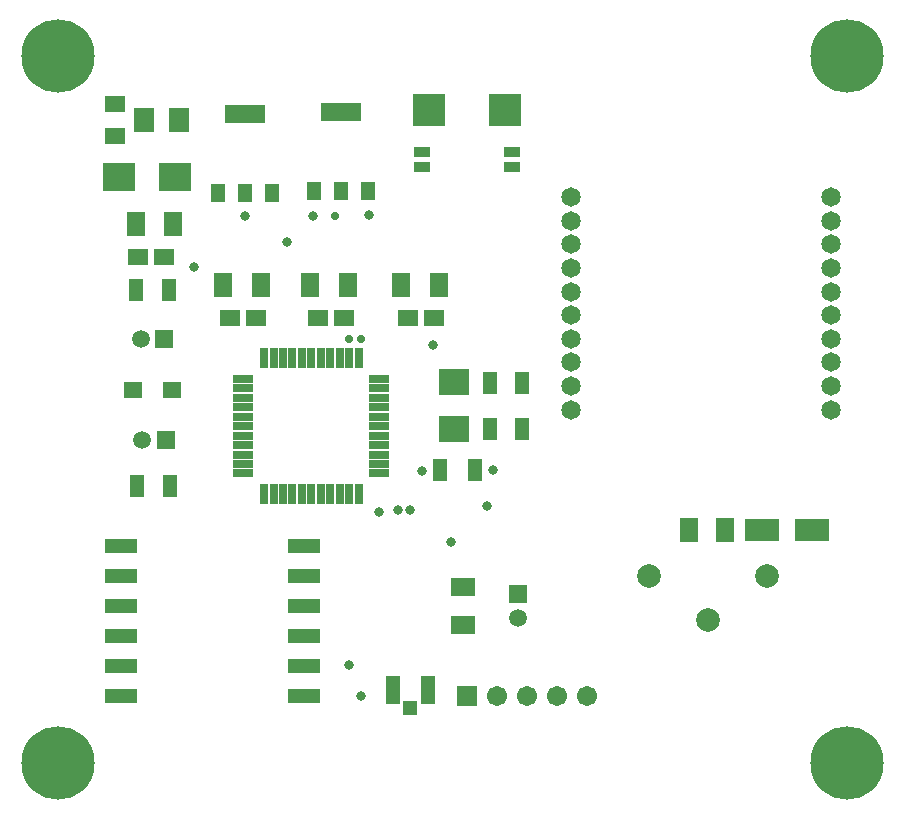
<source format=gts>
G04*
G04 #@! TF.GenerationSoftware,Altium Limited,Altium Designer,20.0.13 (296)*
G04*
G04 Layer_Color=8388736*
%FSLAX44Y44*%
%MOMM*%
G71*
G01*
G75*
%ADD41R,2.8000X2.8000*%
%ADD42R,1.2032X1.2532*%
%ADD43R,1.2532X2.4032*%
%ADD44R,1.4732X0.9632*%
%ADD45R,2.7032X2.4032*%
%ADD46R,1.1532X1.5032*%
%ADD47R,3.4532X1.5032*%
%ADD48R,1.5532X2.1032*%
%ADD49R,1.7532X1.4032*%
%ADD50R,1.7032X2.1032*%
%ADD51R,1.7032X1.4032*%
%ADD52R,2.8532X1.9532*%
%ADD53R,2.7032X1.2032*%
%ADD54R,1.5532X2.0532*%
%ADD55R,1.7032X0.8032*%
%ADD56R,0.8032X1.7032*%
%ADD57R,2.1032X1.5532*%
%ADD58R,2.6032X2.2032*%
%ADD59R,1.2532X1.9532*%
%ADD60R,1.2232X1.9832*%
%ADD61R,1.5532X1.4032*%
%ADD62R,1.1532X1.9032*%
%ADD63C,1.7032*%
%ADD64R,1.7032X1.7032*%
%ADD65C,1.5032*%
%ADD66R,1.5032X1.5032*%
%ADD67C,2.0032*%
%ADD68C,1.6532*%
%ADD69R,1.5032X1.5032*%
%ADD70C,6.2032*%
%ADD71C,0.8032*%
%ADD72C,0.7032*%
D41*
X4698690Y988588D02*
D03*
X4634679Y988522D02*
D03*
D42*
X4618650Y481888D02*
D03*
D43*
X4633400Y497138D02*
D03*
X4603900D02*
D03*
D44*
X4705009Y953058D02*
D03*
Y940358D02*
D03*
X4628810D02*
D03*
Y953058D02*
D03*
D45*
X4419270Y931468D02*
D03*
X4372270D02*
D03*
D46*
X4456049Y918288D02*
D03*
X4478950D02*
D03*
X4501850D02*
D03*
X4537330Y919558D02*
D03*
X4560229D02*
D03*
X4583130D02*
D03*
D47*
X4478950Y985288D02*
D03*
X4560229Y986558D02*
D03*
D48*
X4459900Y840028D02*
D03*
X4491900D02*
D03*
X4385990Y892098D02*
D03*
X4417990D02*
D03*
X4566070Y840028D02*
D03*
X4534070D02*
D03*
X4643030D02*
D03*
X4611030D02*
D03*
D49*
X4488250Y812088D02*
D03*
X4466250D02*
D03*
X4562339D02*
D03*
X4540340D02*
D03*
X4388370Y864158D02*
D03*
X4410370D02*
D03*
X4638540Y812088D02*
D03*
X4616540D02*
D03*
D50*
X4392830Y979728D02*
D03*
X4422830D02*
D03*
D51*
X4368459Y966228D02*
D03*
Y993228D02*
D03*
D52*
X4916010Y633018D02*
D03*
X4959010D02*
D03*
D53*
X4528540Y492048D02*
D03*
Y517448D02*
D03*
Y542848D02*
D03*
Y568248D02*
D03*
Y593648D02*
D03*
Y619048D02*
D03*
X4373540D02*
D03*
Y593648D02*
D03*
Y568248D02*
D03*
Y542848D02*
D03*
Y517448D02*
D03*
Y492048D02*
D03*
D54*
X4854860Y633018D02*
D03*
X4885359D02*
D03*
D55*
X4592330Y680648D02*
D03*
Y688648D02*
D03*
Y696648D02*
D03*
Y704648D02*
D03*
Y712648D02*
D03*
Y720648D02*
D03*
Y728648D02*
D03*
Y736648D02*
D03*
Y744648D02*
D03*
Y752648D02*
D03*
Y760648D02*
D03*
X4477330D02*
D03*
Y752648D02*
D03*
Y744648D02*
D03*
Y736648D02*
D03*
Y728648D02*
D03*
Y720648D02*
D03*
Y712648D02*
D03*
Y704648D02*
D03*
Y696648D02*
D03*
Y688648D02*
D03*
Y680648D02*
D03*
D56*
X4574830Y778148D02*
D03*
X4566830D02*
D03*
X4558830D02*
D03*
X4550829D02*
D03*
X4542830D02*
D03*
X4534830D02*
D03*
X4526830D02*
D03*
X4518830D02*
D03*
X4510829D02*
D03*
X4502830D02*
D03*
X4494830D02*
D03*
Y663148D02*
D03*
X4502830D02*
D03*
X4510829D02*
D03*
X4518830D02*
D03*
X4526830D02*
D03*
X4534830D02*
D03*
X4542830D02*
D03*
X4550829D02*
D03*
X4558830D02*
D03*
X4566830D02*
D03*
X4574830D02*
D03*
D57*
X4663100Y552758D02*
D03*
Y584758D02*
D03*
D58*
X4655480Y758428D02*
D03*
Y718428D02*
D03*
D59*
X4673050Y683818D02*
D03*
X4644050D02*
D03*
D60*
X4685959Y757478D02*
D03*
X4713560D02*
D03*
X4685959Y718108D02*
D03*
X4713560D02*
D03*
D61*
X4383459Y751128D02*
D03*
X4416960D02*
D03*
D62*
X4387509Y669848D02*
D03*
X4415510D02*
D03*
X4386240Y836218D02*
D03*
X4414240D02*
D03*
D63*
X4768510Y492048D02*
D03*
X4743110D02*
D03*
X4717710D02*
D03*
X4692310D02*
D03*
D64*
X4666909D02*
D03*
D65*
X4710090Y558408D02*
D03*
X4391640Y709218D02*
D03*
X4390370Y794308D02*
D03*
D66*
X4710090Y578408D02*
D03*
D67*
X4820580Y593648D02*
D03*
X4920580D02*
D03*
X4870580Y556648D02*
D03*
D68*
X4754539Y914618D02*
D03*
Y894618D02*
D03*
Y874618D02*
D03*
Y854618D02*
D03*
Y834618D02*
D03*
Y814618D02*
D03*
Y794618D02*
D03*
Y774618D02*
D03*
Y754618D02*
D03*
Y734618D02*
D03*
X4974539D02*
D03*
Y754618D02*
D03*
Y774618D02*
D03*
Y794618D02*
D03*
Y814618D02*
D03*
Y834618D02*
D03*
Y854618D02*
D03*
Y874618D02*
D03*
Y894618D02*
D03*
Y914618D02*
D03*
D69*
X4411640Y709218D02*
D03*
X4410370Y794308D02*
D03*
D70*
X4320540Y435610D02*
D03*
Y1033780D02*
D03*
X4988560Y435610D02*
D03*
Y1033780D02*
D03*
D71*
X4683419Y653338D02*
D03*
X4591980Y648258D02*
D03*
X4608490Y649528D02*
D03*
X4618650D02*
D03*
X4628810Y682548D02*
D03*
X4652939Y622858D02*
D03*
X4688499Y683818D02*
D03*
X4514510Y876858D02*
D03*
X4576740Y492048D02*
D03*
X4566580Y518718D02*
D03*
X4637700Y789228D02*
D03*
X4583735Y899073D02*
D03*
X4536100Y898448D02*
D03*
X4478950D02*
D03*
X4435770Y855268D02*
D03*
D72*
X4576740Y794308D02*
D03*
X4566580D02*
D03*
X4555150Y898448D02*
D03*
M02*

</source>
